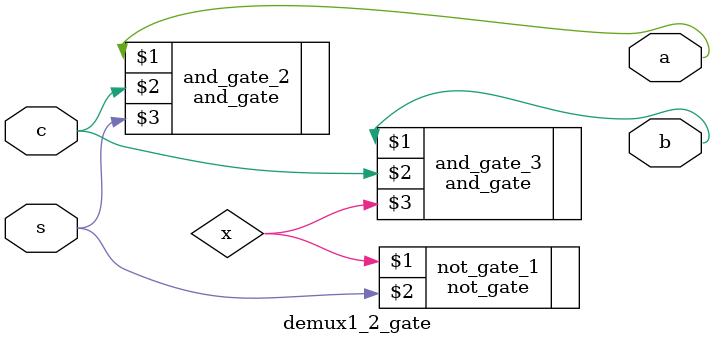
<source format=v>
module demux1_2_gate(a,b,c,s);
input c,s;
output a,b;
wire x;
not_gate not_gate_1(x,s);
and_gate and_gate_2(a,c,s);
and_gate and_gate_3(b,c,x);
endmodule
 
</source>
